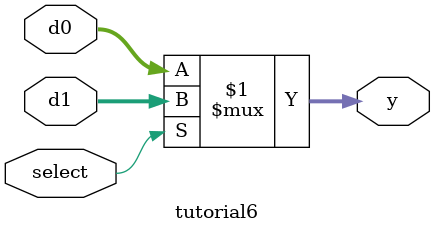
<source format=v>
module tutorial6 #(parameter width = 5)(
    input [width-1:0] d0,
    input [width-1:0] d1,
    input select,
    output [width-1:0] y
);

assign y = select ? d1 : d0;

endmodule

//2x1 multiplexer
//select = 0 ise y = d0 olur
//select = 1 ise y = d1 olur

//assign y = s ? d1 : d0
//select doğruysa y = d1
//select yanlışsa y = d0
</source>
